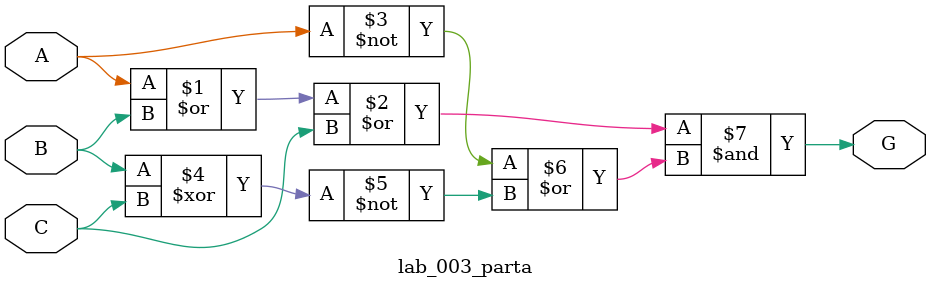
<source format=v>
module lab_003_parta (
  input A, B, C,
  output G
  );

  assign G = (A | B | C) & (~A | ~(B ^ C));
endmodule

</source>
